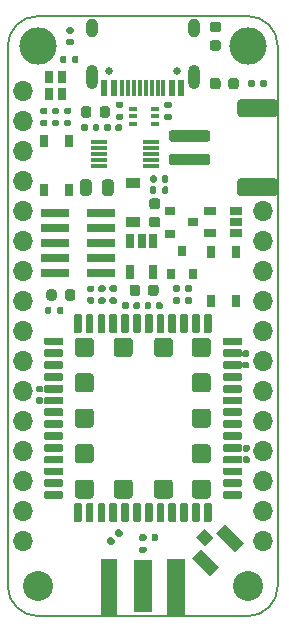
<source format=gts>
G04 #@! TF.GenerationSoftware,KiCad,Pcbnew,(5.1.8)-1*
G04 #@! TF.CreationDate,2021-04-09T02:34:17+02:00*
G04 #@! TF.ProjectId,Penguino-STM32WL-M,50656e67-7569-46e6-9f2d-53544d333257,0.1*
G04 #@! TF.SameCoordinates,Original*
G04 #@! TF.FileFunction,Soldermask,Top*
G04 #@! TF.FilePolarity,Negative*
%FSLAX46Y46*%
G04 Gerber Fmt 4.6, Leading zero omitted, Abs format (unit mm)*
G04 Created by KiCad (PCBNEW (5.1.8)-1) date 2021-04-09 02:34:17*
%MOMM*%
%LPD*%
G01*
G04 APERTURE LIST*
G04 #@! TA.AperFunction,Profile*
%ADD10C,0.150000*%
G04 #@! TD*
%ADD11R,0.650000X0.400000*%
%ADD12R,1.200000X0.900000*%
%ADD13R,0.800000X1.000000*%
%ADD14R,2.400000X0.740000*%
%ADD15C,0.100000*%
%ADD16R,1.350000X4.700000*%
%ADD17R,1.500000X4.700000*%
%ADD18R,1.500000X4.400000*%
%ADD19R,0.900000X0.800000*%
%ADD20R,0.660000X1.050000*%
%ADD21R,1.060000X0.650000*%
%ADD22R,0.800000X0.900000*%
%ADD23R,1.400000X0.300000*%
%ADD24C,3.175000*%
%ADD25C,2.540000*%
%ADD26O,1.700000X1.700000*%
%ADD27R,0.650000X1.220000*%
%ADD28O,1.000000X1.600000*%
%ADD29C,0.650000*%
%ADD30O,1.000000X2.100000*%
%ADD31R,0.300000X1.450000*%
%ADD32R,0.600000X1.450000*%
G04 APERTURE END LIST*
D10*
X127000000Y-119380000D02*
G75*
G02*
X124460000Y-116840000I0J2540000D01*
G01*
X147320000Y-116840000D02*
G75*
G02*
X144780000Y-119380000I-2540000J0D01*
G01*
X144780000Y-68580000D02*
G75*
G02*
X147320000Y-71120000I0J-2540000D01*
G01*
X124460000Y-71120000D02*
G75*
G02*
X127000000Y-68580000I2540000J0D01*
G01*
X124460000Y-116840000D02*
X124460000Y-71120000D01*
X144780000Y-119380000D02*
X127000000Y-119380000D01*
X147320000Y-71120000D02*
X147320000Y-116840000D01*
X127000000Y-68580000D02*
X144780000Y-68580000D01*
G36*
G01*
X138565000Y-92399999D02*
X138935000Y-92399999D01*
G75*
G02*
X139070000Y-92534999I0J-135000D01*
G01*
X139070000Y-92804999D01*
G75*
G02*
X138935000Y-92939999I-135000J0D01*
G01*
X138565000Y-92939999D01*
G75*
G02*
X138430000Y-92804999I0J135000D01*
G01*
X138430000Y-92534999D01*
G75*
G02*
X138565000Y-92399999I135000J0D01*
G01*
G37*
G36*
G01*
X138565000Y-91379999D02*
X138935000Y-91379999D01*
G75*
G02*
X139070000Y-91514999I0J-135000D01*
G01*
X139070000Y-91784999D01*
G75*
G02*
X138935000Y-91919999I-135000J0D01*
G01*
X138565000Y-91919999D01*
G75*
G02*
X138430000Y-91784999I0J135000D01*
G01*
X138430000Y-91514999D01*
G75*
G02*
X138565000Y-91379999I135000J0D01*
G01*
G37*
G36*
G01*
X133806327Y-112687625D02*
X133562375Y-112443673D01*
G75*
G02*
X133562375Y-112235077I104298J104298D01*
G01*
X133770971Y-112026481D01*
G75*
G02*
X133979567Y-112026481I104298J-104298D01*
G01*
X134223519Y-112270433D01*
G75*
G02*
X134223519Y-112479029I-104298J-104298D01*
G01*
X134014923Y-112687625D01*
G75*
G02*
X133806327Y-112687625I-104298J104298D01*
G01*
G37*
G36*
G01*
X133120433Y-113373519D02*
X132876481Y-113129567D01*
G75*
G02*
X132876481Y-112920971I104298J104298D01*
G01*
X133085077Y-112712375D01*
G75*
G02*
X133293673Y-112712375I104298J-104298D01*
G01*
X133537625Y-112956327D01*
G75*
G02*
X133537625Y-113164923I-104298J-104298D01*
G01*
X133329029Y-113373519D01*
G75*
G02*
X133120433Y-113373519I-104298J104298D01*
G01*
G37*
D11*
X135050000Y-77725000D03*
X135050000Y-76425000D03*
X136950000Y-77075000D03*
X135050000Y-77075000D03*
X136950000Y-76425000D03*
X136950000Y-77725000D03*
G36*
G01*
X143125000Y-74550000D02*
X143125000Y-74050000D01*
G75*
G02*
X143350000Y-73825000I225000J0D01*
G01*
X143800000Y-73825000D01*
G75*
G02*
X144025000Y-74050000I0J-225000D01*
G01*
X144025000Y-74550000D01*
G75*
G02*
X143800000Y-74775000I-225000J0D01*
G01*
X143350000Y-74775000D01*
G75*
G02*
X143125000Y-74550000I0J225000D01*
G01*
G37*
G36*
G01*
X141575000Y-74550000D02*
X141575000Y-74050000D01*
G75*
G02*
X141800000Y-73825000I225000J0D01*
G01*
X142250000Y-73825000D01*
G75*
G02*
X142475000Y-74050000I0J-225000D01*
G01*
X142475000Y-74550000D01*
G75*
G02*
X142250000Y-74775000I-225000J0D01*
G01*
X141800000Y-74775000D01*
G75*
G02*
X141575000Y-74550000I0J225000D01*
G01*
G37*
G36*
G01*
X137150000Y-84925000D02*
X136650000Y-84925000D01*
G75*
G02*
X136425000Y-84700000I0J225000D01*
G01*
X136425000Y-84250000D01*
G75*
G02*
X136650000Y-84025000I225000J0D01*
G01*
X137150000Y-84025000D01*
G75*
G02*
X137375000Y-84250000I0J-225000D01*
G01*
X137375000Y-84700000D01*
G75*
G02*
X137150000Y-84925000I-225000J0D01*
G01*
G37*
G36*
G01*
X137150000Y-86475000D02*
X136650000Y-86475000D01*
G75*
G02*
X136425000Y-86250000I0J225000D01*
G01*
X136425000Y-85800000D01*
G75*
G02*
X136650000Y-85575000I225000J0D01*
G01*
X137150000Y-85575000D01*
G75*
G02*
X137375000Y-85800000I0J-225000D01*
G01*
X137375000Y-86250000D01*
G75*
G02*
X137150000Y-86475000I-225000J0D01*
G01*
G37*
G36*
G01*
X134775000Y-92050000D02*
X134775000Y-91550000D01*
G75*
G02*
X135000000Y-91325000I225000J0D01*
G01*
X135450000Y-91325000D01*
G75*
G02*
X135675000Y-91550000I0J-225000D01*
G01*
X135675000Y-92050000D01*
G75*
G02*
X135450000Y-92275000I-225000J0D01*
G01*
X135000000Y-92275000D01*
G75*
G02*
X134775000Y-92050000I0J225000D01*
G01*
G37*
G36*
G01*
X136325000Y-92050000D02*
X136325000Y-91550000D01*
G75*
G02*
X136550000Y-91325000I225000J0D01*
G01*
X137000000Y-91325000D01*
G75*
G02*
X137225000Y-91550000I0J-225000D01*
G01*
X137225000Y-92050000D01*
G75*
G02*
X137000000Y-92275000I-225000J0D01*
G01*
X136550000Y-92275000D01*
G75*
G02*
X136325000Y-92050000I0J225000D01*
G01*
G37*
G36*
G01*
X141783750Y-70637500D02*
X142296250Y-70637500D01*
G75*
G02*
X142515000Y-70856250I0J-218750D01*
G01*
X142515000Y-71293750D01*
G75*
G02*
X142296250Y-71512500I-218750J0D01*
G01*
X141783750Y-71512500D01*
G75*
G02*
X141565000Y-71293750I0J218750D01*
G01*
X141565000Y-70856250D01*
G75*
G02*
X141783750Y-70637500I218750J0D01*
G01*
G37*
G36*
G01*
X141783750Y-69062500D02*
X142296250Y-69062500D01*
G75*
G02*
X142515000Y-69281250I0J-218750D01*
G01*
X142515000Y-69718750D01*
G75*
G02*
X142296250Y-69937500I-218750J0D01*
G01*
X141783750Y-69937500D01*
G75*
G02*
X141565000Y-69718750I0J218750D01*
G01*
X141565000Y-69281250D01*
G75*
G02*
X141783750Y-69062500I218750J0D01*
G01*
G37*
D12*
X135050000Y-86050000D03*
X135050000Y-82750000D03*
D13*
X127950000Y-75200000D03*
X127950000Y-73700000D03*
X129050000Y-73700000D03*
X129050000Y-75200000D03*
G36*
G01*
X127725000Y-92456250D02*
X127725000Y-91943750D01*
G75*
G02*
X127943750Y-91725000I218750J0D01*
G01*
X128381250Y-91725000D01*
G75*
G02*
X128600000Y-91943750I0J-218750D01*
G01*
X128600000Y-92456250D01*
G75*
G02*
X128381250Y-92675000I-218750J0D01*
G01*
X127943750Y-92675000D01*
G75*
G02*
X127725000Y-92456250I0J218750D01*
G01*
G37*
G36*
G01*
X129300000Y-92456250D02*
X129300000Y-91943750D01*
G75*
G02*
X129518750Y-91725000I218750J0D01*
G01*
X129956250Y-91725000D01*
G75*
G02*
X130175000Y-91943750I0J-218750D01*
G01*
X130175000Y-92456250D01*
G75*
G02*
X129956250Y-92675000I-218750J0D01*
G01*
X129518750Y-92675000D01*
G75*
G02*
X129300000Y-92456250I0J218750D01*
G01*
G37*
G36*
G01*
X130575000Y-83556250D02*
X130575000Y-82643750D01*
G75*
G02*
X130818750Y-82400000I243750J0D01*
G01*
X131306250Y-82400000D01*
G75*
G02*
X131550000Y-82643750I0J-243750D01*
G01*
X131550000Y-83556250D01*
G75*
G02*
X131306250Y-83800000I-243750J0D01*
G01*
X130818750Y-83800000D01*
G75*
G02*
X130575000Y-83556250I0J243750D01*
G01*
G37*
G36*
G01*
X132450000Y-83556250D02*
X132450000Y-82643750D01*
G75*
G02*
X132693750Y-82400000I243750J0D01*
G01*
X133181250Y-82400000D01*
G75*
G02*
X133425000Y-82643750I0J-243750D01*
G01*
X133425000Y-83556250D01*
G75*
G02*
X133181250Y-83800000I-243750J0D01*
G01*
X132693750Y-83800000D01*
G75*
G02*
X132450000Y-83556250I0J243750D01*
G01*
G37*
G36*
G01*
X133112500Y-76443750D02*
X133112500Y-76956250D01*
G75*
G02*
X132893750Y-77175000I-218750J0D01*
G01*
X132456250Y-77175000D01*
G75*
G02*
X132237500Y-76956250I0J218750D01*
G01*
X132237500Y-76443750D01*
G75*
G02*
X132456250Y-76225000I218750J0D01*
G01*
X132893750Y-76225000D01*
G75*
G02*
X133112500Y-76443750I0J-218750D01*
G01*
G37*
G36*
G01*
X131537500Y-76443750D02*
X131537500Y-76956250D01*
G75*
G02*
X131318750Y-77175000I-218750J0D01*
G01*
X130881250Y-77175000D01*
G75*
G02*
X130662500Y-76956250I0J218750D01*
G01*
X130662500Y-76443750D01*
G75*
G02*
X130881250Y-76225000I218750J0D01*
G01*
X131318750Y-76225000D01*
G75*
G02*
X131537500Y-76443750I0J-218750D01*
G01*
G37*
G36*
G01*
X141350000Y-81230000D02*
X138350000Y-81230000D01*
G75*
G02*
X138100000Y-80980000I0J250000D01*
G01*
X138100000Y-80480000D01*
G75*
G02*
X138350000Y-80230000I250000J0D01*
G01*
X141350000Y-80230000D01*
G75*
G02*
X141600000Y-80480000I0J-250000D01*
G01*
X141600000Y-80980000D01*
G75*
G02*
X141350000Y-81230000I-250000J0D01*
G01*
G37*
G36*
G01*
X141350000Y-79230000D02*
X138350000Y-79230000D01*
G75*
G02*
X138100000Y-78980000I0J250000D01*
G01*
X138100000Y-78480000D01*
G75*
G02*
X138350000Y-78230000I250000J0D01*
G01*
X141350000Y-78230000D01*
G75*
G02*
X141600000Y-78480000I0J-250000D01*
G01*
X141600000Y-78980000D01*
G75*
G02*
X141350000Y-79230000I-250000J0D01*
G01*
G37*
G36*
G01*
X147050000Y-83830000D02*
X144150000Y-83830000D01*
G75*
G02*
X143900000Y-83580000I0J250000D01*
G01*
X143900000Y-82580000D01*
G75*
G02*
X144150000Y-82330000I250000J0D01*
G01*
X147050000Y-82330000D01*
G75*
G02*
X147300000Y-82580000I0J-250000D01*
G01*
X147300000Y-83580000D01*
G75*
G02*
X147050000Y-83830000I-250000J0D01*
G01*
G37*
G36*
G01*
X147050000Y-77130000D02*
X144150000Y-77130000D01*
G75*
G02*
X143900000Y-76880000I0J250000D01*
G01*
X143900000Y-75880000D01*
G75*
G02*
X144150000Y-75630000I250000J0D01*
G01*
X147050000Y-75630000D01*
G75*
G02*
X147300000Y-75880000I0J-250000D01*
G01*
X147300000Y-76880000D01*
G75*
G02*
X147050000Y-77130000I-250000J0D01*
G01*
G37*
D14*
X132350000Y-90340000D03*
X128450000Y-90340000D03*
X132350000Y-89070000D03*
X128450000Y-89070000D03*
X132350000Y-87800000D03*
X128450000Y-87800000D03*
X132350000Y-86530000D03*
X128450000Y-86530000D03*
X132350000Y-85260000D03*
X128450000Y-85260000D03*
D15*
G36*
X140043844Y-114447272D02*
G01*
X140786307Y-113704809D01*
X142341942Y-115260444D01*
X141599479Y-116002907D01*
X140043844Y-114447272D01*
G37*
G36*
X140432754Y-112714860D02*
G01*
X141139860Y-112007754D01*
X141882322Y-112750216D01*
X141175216Y-113457322D01*
X140432754Y-112714860D01*
G37*
G36*
X142129809Y-112361307D02*
G01*
X142872272Y-111618844D01*
X144427907Y-113174479D01*
X143685444Y-113916942D01*
X142129809Y-112361307D01*
G37*
D16*
X133065000Y-116880000D03*
D17*
X138715000Y-116880000D03*
D18*
X135890000Y-116857000D03*
D19*
X138173000Y-85092500D03*
X138173000Y-86992500D03*
X140173000Y-86042500D03*
G36*
G01*
X129905000Y-72448000D02*
X129905000Y-72078000D01*
G75*
G02*
X130040000Y-71943000I135000J0D01*
G01*
X130310000Y-71943000D01*
G75*
G02*
X130445000Y-72078000I0J-135000D01*
G01*
X130445000Y-72448000D01*
G75*
G02*
X130310000Y-72583000I-135000J0D01*
G01*
X130040000Y-72583000D01*
G75*
G02*
X129905000Y-72448000I0J135000D01*
G01*
G37*
G36*
G01*
X128885000Y-72448000D02*
X128885000Y-72078000D01*
G75*
G02*
X129020000Y-71943000I135000J0D01*
G01*
X129290000Y-71943000D01*
G75*
G02*
X129425000Y-72078000I0J-135000D01*
G01*
X129425000Y-72448000D01*
G75*
G02*
X129290000Y-72583000I-135000J0D01*
G01*
X129020000Y-72583000D01*
G75*
G02*
X128885000Y-72448000I0J135000D01*
G01*
G37*
G36*
G01*
X145350001Y-74115000D02*
X145350001Y-74485000D01*
G75*
G02*
X145215001Y-74620000I-135000J0D01*
G01*
X144945001Y-74620000D01*
G75*
G02*
X144810001Y-74485000I0J135000D01*
G01*
X144810001Y-74115000D01*
G75*
G02*
X144945001Y-73980000I135000J0D01*
G01*
X145215001Y-73980000D01*
G75*
G02*
X145350001Y-74115000I0J-135000D01*
G01*
G37*
G36*
G01*
X146370001Y-74115000D02*
X146370001Y-74485000D01*
G75*
G02*
X146235001Y-74620000I-135000J0D01*
G01*
X145965001Y-74620000D01*
G75*
G02*
X145830001Y-74485000I0J135000D01*
G01*
X145830001Y-74115000D01*
G75*
G02*
X145965001Y-73980000I135000J0D01*
G01*
X146235001Y-73980000D01*
G75*
G02*
X146370001Y-74115000I0J-135000D01*
G01*
G37*
G36*
G01*
X138055000Y-83140000D02*
X138055000Y-83510000D01*
G75*
G02*
X137920000Y-83645000I-135000J0D01*
G01*
X137650000Y-83645000D01*
G75*
G02*
X137515000Y-83510000I0J135000D01*
G01*
X137515000Y-83140000D01*
G75*
G02*
X137650000Y-83005000I135000J0D01*
G01*
X137920000Y-83005000D01*
G75*
G02*
X138055000Y-83140000I0J-135000D01*
G01*
G37*
G36*
G01*
X137035000Y-83140000D02*
X137035000Y-83510000D01*
G75*
G02*
X136900000Y-83645000I-135000J0D01*
G01*
X136630000Y-83645000D01*
G75*
G02*
X136495000Y-83510000I0J135000D01*
G01*
X136495000Y-83140000D01*
G75*
G02*
X136630000Y-83005000I135000J0D01*
G01*
X136900000Y-83005000D01*
G75*
G02*
X137035000Y-83140000I0J-135000D01*
G01*
G37*
G36*
G01*
X128315000Y-76345000D02*
X128685000Y-76345000D01*
G75*
G02*
X128820000Y-76480000I0J-135000D01*
G01*
X128820000Y-76750000D01*
G75*
G02*
X128685000Y-76885000I-135000J0D01*
G01*
X128315000Y-76885000D01*
G75*
G02*
X128180000Y-76750000I0J135000D01*
G01*
X128180000Y-76480000D01*
G75*
G02*
X128315000Y-76345000I135000J0D01*
G01*
G37*
G36*
G01*
X128315000Y-77365000D02*
X128685000Y-77365000D01*
G75*
G02*
X128820000Y-77500000I0J-135000D01*
G01*
X128820000Y-77770000D01*
G75*
G02*
X128685000Y-77905000I-135000J0D01*
G01*
X128315000Y-77905000D01*
G75*
G02*
X128180000Y-77770000I0J135000D01*
G01*
X128180000Y-77500000D01*
G75*
G02*
X128315000Y-77365000I135000J0D01*
G01*
G37*
G36*
G01*
X129340000Y-77365000D02*
X129710000Y-77365000D01*
G75*
G02*
X129845000Y-77500000I0J-135000D01*
G01*
X129845000Y-77770000D01*
G75*
G02*
X129710000Y-77905000I-135000J0D01*
G01*
X129340000Y-77905000D01*
G75*
G02*
X129205000Y-77770000I0J135000D01*
G01*
X129205000Y-77500000D01*
G75*
G02*
X129340000Y-77365000I135000J0D01*
G01*
G37*
G36*
G01*
X129340000Y-76345000D02*
X129710000Y-76345000D01*
G75*
G02*
X129845000Y-76480000I0J-135000D01*
G01*
X129845000Y-76750000D01*
G75*
G02*
X129710000Y-76885000I-135000J0D01*
G01*
X129340000Y-76885000D01*
G75*
G02*
X129205000Y-76750000I0J135000D01*
G01*
X129205000Y-76480000D01*
G75*
G02*
X129340000Y-76345000I135000J0D01*
G01*
G37*
G36*
G01*
X127315000Y-76345000D02*
X127685000Y-76345000D01*
G75*
G02*
X127820000Y-76480000I0J-135000D01*
G01*
X127820000Y-76750000D01*
G75*
G02*
X127685000Y-76885000I-135000J0D01*
G01*
X127315000Y-76885000D01*
G75*
G02*
X127180000Y-76750000I0J135000D01*
G01*
X127180000Y-76480000D01*
G75*
G02*
X127315000Y-76345000I135000J0D01*
G01*
G37*
G36*
G01*
X127315000Y-77365000D02*
X127685000Y-77365000D01*
G75*
G02*
X127820000Y-77500000I0J-135000D01*
G01*
X127820000Y-77770000D01*
G75*
G02*
X127685000Y-77905000I-135000J0D01*
G01*
X127315000Y-77905000D01*
G75*
G02*
X127180000Y-77770000I0J135000D01*
G01*
X127180000Y-77500000D01*
G75*
G02*
X127315000Y-77365000I135000J0D01*
G01*
G37*
G36*
G01*
X128635000Y-93685000D02*
X128635000Y-93315000D01*
G75*
G02*
X128770000Y-93180000I135000J0D01*
G01*
X129040000Y-93180000D01*
G75*
G02*
X129175000Y-93315000I0J-135000D01*
G01*
X129175000Y-93685000D01*
G75*
G02*
X129040000Y-93820000I-135000J0D01*
G01*
X128770000Y-93820000D01*
G75*
G02*
X128635000Y-93685000I0J135000D01*
G01*
G37*
G36*
G01*
X127615000Y-93685000D02*
X127615000Y-93315000D01*
G75*
G02*
X127750000Y-93180000I135000J0D01*
G01*
X128020000Y-93180000D01*
G75*
G02*
X128155000Y-93315000I0J-135000D01*
G01*
X128155000Y-93685000D01*
G75*
G02*
X128020000Y-93820000I-135000J0D01*
G01*
X127750000Y-93820000D01*
G75*
G02*
X127615000Y-93685000I0J135000D01*
G01*
G37*
G36*
G01*
X133197500Y-91377000D02*
X133567500Y-91377000D01*
G75*
G02*
X133702500Y-91512000I0J-135000D01*
G01*
X133702500Y-91782000D01*
G75*
G02*
X133567500Y-91917000I-135000J0D01*
G01*
X133197500Y-91917000D01*
G75*
G02*
X133062500Y-91782000I0J135000D01*
G01*
X133062500Y-91512000D01*
G75*
G02*
X133197500Y-91377000I135000J0D01*
G01*
G37*
G36*
G01*
X133197500Y-92397000D02*
X133567500Y-92397000D01*
G75*
G02*
X133702500Y-92532000I0J-135000D01*
G01*
X133702500Y-92802000D01*
G75*
G02*
X133567500Y-92937000I-135000J0D01*
G01*
X133197500Y-92937000D01*
G75*
G02*
X133062500Y-92802000I0J135000D01*
G01*
X133062500Y-92532000D01*
G75*
G02*
X133197500Y-92397000I135000J0D01*
G01*
G37*
G36*
G01*
X132615000Y-92940999D02*
X132245000Y-92940999D01*
G75*
G02*
X132110000Y-92805999I0J135000D01*
G01*
X132110000Y-92535999D01*
G75*
G02*
X132245000Y-92400999I135000J0D01*
G01*
X132615000Y-92400999D01*
G75*
G02*
X132750000Y-92535999I0J-135000D01*
G01*
X132750000Y-92805999D01*
G75*
G02*
X132615000Y-92940999I-135000J0D01*
G01*
G37*
G36*
G01*
X132615000Y-91920999D02*
X132245000Y-91920999D01*
G75*
G02*
X132110000Y-91785999I0J135000D01*
G01*
X132110000Y-91515999D01*
G75*
G02*
X132245000Y-91380999I135000J0D01*
G01*
X132615000Y-91380999D01*
G75*
G02*
X132750000Y-91515999I0J-135000D01*
G01*
X132750000Y-91785999D01*
G75*
G02*
X132615000Y-91920999I-135000J0D01*
G01*
G37*
G36*
G01*
X135620000Y-112913632D02*
X135620000Y-112543632D01*
G75*
G02*
X135755000Y-112408632I135000J0D01*
G01*
X136025000Y-112408632D01*
G75*
G02*
X136160000Y-112543632I0J-135000D01*
G01*
X136160000Y-112913632D01*
G75*
G02*
X136025000Y-113048632I-135000J0D01*
G01*
X135755000Y-113048632D01*
G75*
G02*
X135620000Y-112913632I0J135000D01*
G01*
G37*
G36*
G01*
X136640000Y-112913632D02*
X136640000Y-112543632D01*
G75*
G02*
X136775000Y-112408632I135000J0D01*
G01*
X137045000Y-112408632D01*
G75*
G02*
X137180000Y-112543632I0J-135000D01*
G01*
X137180000Y-112913632D01*
G75*
G02*
X137045000Y-113048632I-135000J0D01*
G01*
X136775000Y-113048632D01*
G75*
G02*
X136640000Y-112913632I0J135000D01*
G01*
G37*
G36*
G01*
X136075000Y-113016500D02*
X135705000Y-113016500D01*
G75*
G02*
X135570000Y-112881500I0J135000D01*
G01*
X135570000Y-112611500D01*
G75*
G02*
X135705000Y-112476500I135000J0D01*
G01*
X136075000Y-112476500D01*
G75*
G02*
X136210000Y-112611500I0J-135000D01*
G01*
X136210000Y-112881500D01*
G75*
G02*
X136075000Y-113016500I-135000J0D01*
G01*
G37*
G36*
G01*
X136075000Y-114036500D02*
X135705000Y-114036500D01*
G75*
G02*
X135570000Y-113901500I0J135000D01*
G01*
X135570000Y-113631500D01*
G75*
G02*
X135705000Y-113496500I135000J0D01*
G01*
X136075000Y-113496500D01*
G75*
G02*
X136210000Y-113631500I0J-135000D01*
G01*
X136210000Y-113901500D01*
G75*
G02*
X136075000Y-114036500I-135000J0D01*
G01*
G37*
D20*
X127530000Y-83275000D03*
X129670000Y-83275000D03*
X127530000Y-79125000D03*
X129670000Y-79125000D03*
X143820000Y-88575000D03*
X141680000Y-88575000D03*
X143820000Y-92725000D03*
X141680000Y-92725000D03*
D21*
X141600000Y-86950000D03*
X141600000Y-85050000D03*
X143800000Y-85050000D03*
X143800000Y-86000000D03*
X143800000Y-86950000D03*
D22*
X139200000Y-88450000D03*
X140150000Y-90450000D03*
X138250000Y-90450000D03*
D23*
X132150000Y-79275000D03*
X132150000Y-79775000D03*
X132150000Y-80275000D03*
X132150000Y-80775000D03*
X132150000Y-81275000D03*
X136550000Y-81275000D03*
X136550000Y-80775000D03*
X136550000Y-80275000D03*
X136550000Y-79775000D03*
X136550000Y-79275000D03*
G36*
G01*
X134793600Y-97430000D02*
X133686400Y-97430000D01*
G75*
G02*
X133440000Y-97183600I0J246400D01*
G01*
X133440000Y-96076400D01*
G75*
G02*
X133686400Y-95830000I246400J0D01*
G01*
X134793600Y-95830000D01*
G75*
G02*
X135040000Y-96076400I0J-246400D01*
G01*
X135040000Y-97183600D01*
G75*
G02*
X134793600Y-97430000I-246400J0D01*
G01*
G37*
G36*
G01*
X138193600Y-97430000D02*
X137086400Y-97430000D01*
G75*
G02*
X136840000Y-97183600I0J246400D01*
G01*
X136840000Y-96076400D01*
G75*
G02*
X137086400Y-95830000I246400J0D01*
G01*
X138193600Y-95830000D01*
G75*
G02*
X138440000Y-96076400I0J-246400D01*
G01*
X138440000Y-97183600D01*
G75*
G02*
X138193600Y-97430000I-246400J0D01*
G01*
G37*
G36*
G01*
X138193600Y-109430000D02*
X137086400Y-109430000D01*
G75*
G02*
X136840000Y-109183600I0J246400D01*
G01*
X136840000Y-108076400D01*
G75*
G02*
X137086400Y-107830000I246400J0D01*
G01*
X138193600Y-107830000D01*
G75*
G02*
X138440000Y-108076400I0J-246400D01*
G01*
X138440000Y-109183600D01*
G75*
G02*
X138193600Y-109430000I-246400J0D01*
G01*
G37*
G36*
G01*
X134793600Y-109430000D02*
X133686400Y-109430000D01*
G75*
G02*
X133440000Y-109183600I0J246400D01*
G01*
X133440000Y-108076400D01*
G75*
G02*
X133686400Y-107830000I246400J0D01*
G01*
X134793600Y-107830000D01*
G75*
G02*
X135040000Y-108076400I0J-246400D01*
G01*
X135040000Y-109183600D01*
G75*
G02*
X134793600Y-109430000I-246400J0D01*
G01*
G37*
G36*
G01*
X131493600Y-97430000D02*
X130386400Y-97430000D01*
G75*
G02*
X130140000Y-97183600I0J246400D01*
G01*
X130140000Y-96076400D01*
G75*
G02*
X130386400Y-95830000I246400J0D01*
G01*
X131493600Y-95830000D01*
G75*
G02*
X131740000Y-96076400I0J-246400D01*
G01*
X131740000Y-97183600D01*
G75*
G02*
X131493600Y-97430000I-246400J0D01*
G01*
G37*
G36*
G01*
X131493600Y-100430000D02*
X130386400Y-100430000D01*
G75*
G02*
X130140000Y-100183600I0J246400D01*
G01*
X130140000Y-99076400D01*
G75*
G02*
X130386400Y-98830000I246400J0D01*
G01*
X131493600Y-98830000D01*
G75*
G02*
X131740000Y-99076400I0J-246400D01*
G01*
X131740000Y-100183600D01*
G75*
G02*
X131493600Y-100430000I-246400J0D01*
G01*
G37*
G36*
G01*
X131493600Y-103430000D02*
X130386400Y-103430000D01*
G75*
G02*
X130140000Y-103183600I0J246400D01*
G01*
X130140000Y-102076400D01*
G75*
G02*
X130386400Y-101830000I246400J0D01*
G01*
X131493600Y-101830000D01*
G75*
G02*
X131740000Y-102076400I0J-246400D01*
G01*
X131740000Y-103183600D01*
G75*
G02*
X131493600Y-103430000I-246400J0D01*
G01*
G37*
G36*
G01*
X131493600Y-106430000D02*
X130386400Y-106430000D01*
G75*
G02*
X130140000Y-106183600I0J246400D01*
G01*
X130140000Y-105076400D01*
G75*
G02*
X130386400Y-104830000I246400J0D01*
G01*
X131493600Y-104830000D01*
G75*
G02*
X131740000Y-105076400I0J-246400D01*
G01*
X131740000Y-106183600D01*
G75*
G02*
X131493600Y-106430000I-246400J0D01*
G01*
G37*
G36*
G01*
X131493600Y-109430000D02*
X130386400Y-109430000D01*
G75*
G02*
X130140000Y-109183600I0J246400D01*
G01*
X130140000Y-108076400D01*
G75*
G02*
X130386400Y-107830000I246400J0D01*
G01*
X131493600Y-107830000D01*
G75*
G02*
X131740000Y-108076400I0J-246400D01*
G01*
X131740000Y-109183600D01*
G75*
G02*
X131493600Y-109430000I-246400J0D01*
G01*
G37*
G36*
G01*
X141393600Y-106430000D02*
X140286400Y-106430000D01*
G75*
G02*
X140040000Y-106183600I0J246400D01*
G01*
X140040000Y-105076400D01*
G75*
G02*
X140286400Y-104830000I246400J0D01*
G01*
X141393600Y-104830000D01*
G75*
G02*
X141640000Y-105076400I0J-246400D01*
G01*
X141640000Y-106183600D01*
G75*
G02*
X141393600Y-106430000I-246400J0D01*
G01*
G37*
G36*
G01*
X141393600Y-97430000D02*
X140286400Y-97430000D01*
G75*
G02*
X140040000Y-97183600I0J246400D01*
G01*
X140040000Y-96076400D01*
G75*
G02*
X140286400Y-95830000I246400J0D01*
G01*
X141393600Y-95830000D01*
G75*
G02*
X141640000Y-96076400I0J-246400D01*
G01*
X141640000Y-97183600D01*
G75*
G02*
X141393600Y-97430000I-246400J0D01*
G01*
G37*
G36*
G01*
X141393600Y-100430000D02*
X140286400Y-100430000D01*
G75*
G02*
X140040000Y-100183600I0J246400D01*
G01*
X140040000Y-99076400D01*
G75*
G02*
X140286400Y-98830000I246400J0D01*
G01*
X141393600Y-98830000D01*
G75*
G02*
X141640000Y-99076400I0J-246400D01*
G01*
X141640000Y-100183600D01*
G75*
G02*
X141393600Y-100430000I-246400J0D01*
G01*
G37*
G36*
G01*
X141393600Y-103430000D02*
X140286400Y-103430000D01*
G75*
G02*
X140040000Y-103183600I0J246400D01*
G01*
X140040000Y-102076400D01*
G75*
G02*
X140286400Y-101830000I246400J0D01*
G01*
X141393600Y-101830000D01*
G75*
G02*
X141640000Y-102076400I0J-246400D01*
G01*
X141640000Y-103183600D01*
G75*
G02*
X141393600Y-103430000I-246400J0D01*
G01*
G37*
G36*
G01*
X141393600Y-109430000D02*
X140286400Y-109430000D01*
G75*
G02*
X140040000Y-109183600I0J246400D01*
G01*
X140040000Y-108076400D01*
G75*
G02*
X140286400Y-107830000I246400J0D01*
G01*
X141393600Y-107830000D01*
G75*
G02*
X141640000Y-108076400I0J-246400D01*
G01*
X141640000Y-109183600D01*
G75*
G02*
X141393600Y-109430000I-246400J0D01*
G01*
G37*
G36*
G01*
X130614900Y-111430000D02*
X130165100Y-111430000D01*
G75*
G02*
X130065000Y-111329900I0J100100D01*
G01*
X130065000Y-109930100D01*
G75*
G02*
X130165100Y-109830000I100100J0D01*
G01*
X130614900Y-109830000D01*
G75*
G02*
X130715000Y-109930100I0J-100100D01*
G01*
X130715000Y-111329900D01*
G75*
G02*
X130614900Y-111430000I-100100J0D01*
G01*
G37*
G36*
G01*
X131614900Y-111430000D02*
X131165100Y-111430000D01*
G75*
G02*
X131065000Y-111329900I0J100100D01*
G01*
X131065000Y-109930100D01*
G75*
G02*
X131165100Y-109830000I100100J0D01*
G01*
X131614900Y-109830000D01*
G75*
G02*
X131715000Y-109930100I0J-100100D01*
G01*
X131715000Y-111329900D01*
G75*
G02*
X131614900Y-111430000I-100100J0D01*
G01*
G37*
G36*
G01*
X132614900Y-111430000D02*
X132165100Y-111430000D01*
G75*
G02*
X132065000Y-111329900I0J100100D01*
G01*
X132065000Y-109930100D01*
G75*
G02*
X132165100Y-109830000I100100J0D01*
G01*
X132614900Y-109830000D01*
G75*
G02*
X132715000Y-109930100I0J-100100D01*
G01*
X132715000Y-111329900D01*
G75*
G02*
X132614900Y-111430000I-100100J0D01*
G01*
G37*
G36*
G01*
X133614900Y-111430000D02*
X133165100Y-111430000D01*
G75*
G02*
X133065000Y-111329900I0J100100D01*
G01*
X133065000Y-109930100D01*
G75*
G02*
X133165100Y-109830000I100100J0D01*
G01*
X133614900Y-109830000D01*
G75*
G02*
X133715000Y-109930100I0J-100100D01*
G01*
X133715000Y-111329900D01*
G75*
G02*
X133614900Y-111430000I-100100J0D01*
G01*
G37*
G36*
G01*
X134614900Y-111430000D02*
X134165100Y-111430000D01*
G75*
G02*
X134065000Y-111329900I0J100100D01*
G01*
X134065000Y-109930100D01*
G75*
G02*
X134165100Y-109830000I100100J0D01*
G01*
X134614900Y-109830000D01*
G75*
G02*
X134715000Y-109930100I0J-100100D01*
G01*
X134715000Y-111329900D01*
G75*
G02*
X134614900Y-111430000I-100100J0D01*
G01*
G37*
G36*
G01*
X135614900Y-111430000D02*
X135165100Y-111430000D01*
G75*
G02*
X135065000Y-111329900I0J100100D01*
G01*
X135065000Y-109930100D01*
G75*
G02*
X135165100Y-109830000I100100J0D01*
G01*
X135614900Y-109830000D01*
G75*
G02*
X135715000Y-109930100I0J-100100D01*
G01*
X135715000Y-111329900D01*
G75*
G02*
X135614900Y-111430000I-100100J0D01*
G01*
G37*
G36*
G01*
X136614900Y-111430000D02*
X136165100Y-111430000D01*
G75*
G02*
X136065000Y-111329900I0J100100D01*
G01*
X136065000Y-109930100D01*
G75*
G02*
X136165100Y-109830000I100100J0D01*
G01*
X136614900Y-109830000D01*
G75*
G02*
X136715000Y-109930100I0J-100100D01*
G01*
X136715000Y-111329900D01*
G75*
G02*
X136614900Y-111430000I-100100J0D01*
G01*
G37*
G36*
G01*
X137614900Y-111430000D02*
X137165100Y-111430000D01*
G75*
G02*
X137065000Y-111329900I0J100100D01*
G01*
X137065000Y-109930100D01*
G75*
G02*
X137165100Y-109830000I100100J0D01*
G01*
X137614900Y-109830000D01*
G75*
G02*
X137715000Y-109930100I0J-100100D01*
G01*
X137715000Y-111329900D01*
G75*
G02*
X137614900Y-111430000I-100100J0D01*
G01*
G37*
G36*
G01*
X138614900Y-111430000D02*
X138165100Y-111430000D01*
G75*
G02*
X138065000Y-111329900I0J100100D01*
G01*
X138065000Y-109930100D01*
G75*
G02*
X138165100Y-109830000I100100J0D01*
G01*
X138614900Y-109830000D01*
G75*
G02*
X138715000Y-109930100I0J-100100D01*
G01*
X138715000Y-111329900D01*
G75*
G02*
X138614900Y-111430000I-100100J0D01*
G01*
G37*
G36*
G01*
X139614900Y-111430000D02*
X139165100Y-111430000D01*
G75*
G02*
X139065000Y-111329900I0J100100D01*
G01*
X139065000Y-109930100D01*
G75*
G02*
X139165100Y-109830000I100100J0D01*
G01*
X139614900Y-109830000D01*
G75*
G02*
X139715000Y-109930100I0J-100100D01*
G01*
X139715000Y-111329900D01*
G75*
G02*
X139614900Y-111430000I-100100J0D01*
G01*
G37*
G36*
G01*
X140614900Y-111430000D02*
X140165100Y-111430000D01*
G75*
G02*
X140065000Y-111329900I0J100100D01*
G01*
X140065000Y-109930100D01*
G75*
G02*
X140165100Y-109830000I100100J0D01*
G01*
X140614900Y-109830000D01*
G75*
G02*
X140715000Y-109930100I0J-100100D01*
G01*
X140715000Y-111329900D01*
G75*
G02*
X140614900Y-111430000I-100100J0D01*
G01*
G37*
G36*
G01*
X127540000Y-96354900D02*
X127540000Y-95905100D01*
G75*
G02*
X127640100Y-95805000I100100J0D01*
G01*
X129039900Y-95805000D01*
G75*
G02*
X129140000Y-95905100I0J-100100D01*
G01*
X129140000Y-96354900D01*
G75*
G02*
X129039900Y-96455000I-100100J0D01*
G01*
X127640100Y-96455000D01*
G75*
G02*
X127540000Y-96354900I0J100100D01*
G01*
G37*
G36*
G01*
X127540000Y-97354900D02*
X127540000Y-96905100D01*
G75*
G02*
X127640100Y-96805000I100100J0D01*
G01*
X129039900Y-96805000D01*
G75*
G02*
X129140000Y-96905100I0J-100100D01*
G01*
X129140000Y-97354900D01*
G75*
G02*
X129039900Y-97455000I-100100J0D01*
G01*
X127640100Y-97455000D01*
G75*
G02*
X127540000Y-97354900I0J100100D01*
G01*
G37*
G36*
G01*
X127540000Y-98354900D02*
X127540000Y-97905100D01*
G75*
G02*
X127640100Y-97805000I100100J0D01*
G01*
X129039900Y-97805000D01*
G75*
G02*
X129140000Y-97905100I0J-100100D01*
G01*
X129140000Y-98354900D01*
G75*
G02*
X129039900Y-98455000I-100100J0D01*
G01*
X127640100Y-98455000D01*
G75*
G02*
X127540000Y-98354900I0J100100D01*
G01*
G37*
G36*
G01*
X127540000Y-99354900D02*
X127540000Y-98905100D01*
G75*
G02*
X127640100Y-98805000I100100J0D01*
G01*
X129039900Y-98805000D01*
G75*
G02*
X129140000Y-98905100I0J-100100D01*
G01*
X129140000Y-99354900D01*
G75*
G02*
X129039900Y-99455000I-100100J0D01*
G01*
X127640100Y-99455000D01*
G75*
G02*
X127540000Y-99354900I0J100100D01*
G01*
G37*
G36*
G01*
X127540000Y-100354900D02*
X127540000Y-99905100D01*
G75*
G02*
X127640100Y-99805000I100100J0D01*
G01*
X129039900Y-99805000D01*
G75*
G02*
X129140000Y-99905100I0J-100100D01*
G01*
X129140000Y-100354900D01*
G75*
G02*
X129039900Y-100455000I-100100J0D01*
G01*
X127640100Y-100455000D01*
G75*
G02*
X127540000Y-100354900I0J100100D01*
G01*
G37*
G36*
G01*
X127540000Y-101354900D02*
X127540000Y-100905100D01*
G75*
G02*
X127640100Y-100805000I100100J0D01*
G01*
X129039900Y-100805000D01*
G75*
G02*
X129140000Y-100905100I0J-100100D01*
G01*
X129140000Y-101354900D01*
G75*
G02*
X129039900Y-101455000I-100100J0D01*
G01*
X127640100Y-101455000D01*
G75*
G02*
X127540000Y-101354900I0J100100D01*
G01*
G37*
G36*
G01*
X127540000Y-102354900D02*
X127540000Y-101905100D01*
G75*
G02*
X127640100Y-101805000I100100J0D01*
G01*
X129039900Y-101805000D01*
G75*
G02*
X129140000Y-101905100I0J-100100D01*
G01*
X129140000Y-102354900D01*
G75*
G02*
X129039900Y-102455000I-100100J0D01*
G01*
X127640100Y-102455000D01*
G75*
G02*
X127540000Y-102354900I0J100100D01*
G01*
G37*
G36*
G01*
X127540000Y-103354900D02*
X127540000Y-102905100D01*
G75*
G02*
X127640100Y-102805000I100100J0D01*
G01*
X129039900Y-102805000D01*
G75*
G02*
X129140000Y-102905100I0J-100100D01*
G01*
X129140000Y-103354900D01*
G75*
G02*
X129039900Y-103455000I-100100J0D01*
G01*
X127640100Y-103455000D01*
G75*
G02*
X127540000Y-103354900I0J100100D01*
G01*
G37*
G36*
G01*
X127540000Y-104354900D02*
X127540000Y-103905100D01*
G75*
G02*
X127640100Y-103805000I100100J0D01*
G01*
X129039900Y-103805000D01*
G75*
G02*
X129140000Y-103905100I0J-100100D01*
G01*
X129140000Y-104354900D01*
G75*
G02*
X129039900Y-104455000I-100100J0D01*
G01*
X127640100Y-104455000D01*
G75*
G02*
X127540000Y-104354900I0J100100D01*
G01*
G37*
G36*
G01*
X127540000Y-105354900D02*
X127540000Y-104905100D01*
G75*
G02*
X127640100Y-104805000I100100J0D01*
G01*
X129039900Y-104805000D01*
G75*
G02*
X129140000Y-104905100I0J-100100D01*
G01*
X129140000Y-105354900D01*
G75*
G02*
X129039900Y-105455000I-100100J0D01*
G01*
X127640100Y-105455000D01*
G75*
G02*
X127540000Y-105354900I0J100100D01*
G01*
G37*
G36*
G01*
X127540000Y-106354900D02*
X127540000Y-105905100D01*
G75*
G02*
X127640100Y-105805000I100100J0D01*
G01*
X129039900Y-105805000D01*
G75*
G02*
X129140000Y-105905100I0J-100100D01*
G01*
X129140000Y-106354900D01*
G75*
G02*
X129039900Y-106455000I-100100J0D01*
G01*
X127640100Y-106455000D01*
G75*
G02*
X127540000Y-106354900I0J100100D01*
G01*
G37*
G36*
G01*
X127540000Y-107354900D02*
X127540000Y-106905100D01*
G75*
G02*
X127640100Y-106805000I100100J0D01*
G01*
X129039900Y-106805000D01*
G75*
G02*
X129140000Y-106905100I0J-100100D01*
G01*
X129140000Y-107354900D01*
G75*
G02*
X129039900Y-107455000I-100100J0D01*
G01*
X127640100Y-107455000D01*
G75*
G02*
X127540000Y-107354900I0J100100D01*
G01*
G37*
G36*
G01*
X127540000Y-108354900D02*
X127540000Y-107905100D01*
G75*
G02*
X127640100Y-107805000I100100J0D01*
G01*
X129039900Y-107805000D01*
G75*
G02*
X129140000Y-107905100I0J-100100D01*
G01*
X129140000Y-108354900D01*
G75*
G02*
X129039900Y-108455000I-100100J0D01*
G01*
X127640100Y-108455000D01*
G75*
G02*
X127540000Y-108354900I0J100100D01*
G01*
G37*
G36*
G01*
X130614900Y-95430000D02*
X130165100Y-95430000D01*
G75*
G02*
X130065000Y-95329900I0J100100D01*
G01*
X130065000Y-93930100D01*
G75*
G02*
X130165100Y-93830000I100100J0D01*
G01*
X130614900Y-93830000D01*
G75*
G02*
X130715000Y-93930100I0J-100100D01*
G01*
X130715000Y-95329900D01*
G75*
G02*
X130614900Y-95430000I-100100J0D01*
G01*
G37*
G36*
G01*
X131614900Y-95430000D02*
X131165100Y-95430000D01*
G75*
G02*
X131065000Y-95329900I0J100100D01*
G01*
X131065000Y-93930100D01*
G75*
G02*
X131165100Y-93830000I100100J0D01*
G01*
X131614900Y-93830000D01*
G75*
G02*
X131715000Y-93930100I0J-100100D01*
G01*
X131715000Y-95329900D01*
G75*
G02*
X131614900Y-95430000I-100100J0D01*
G01*
G37*
G36*
G01*
X132614900Y-95430000D02*
X132165100Y-95430000D01*
G75*
G02*
X132065000Y-95329900I0J100100D01*
G01*
X132065000Y-93930100D01*
G75*
G02*
X132165100Y-93830000I100100J0D01*
G01*
X132614900Y-93830000D01*
G75*
G02*
X132715000Y-93930100I0J-100100D01*
G01*
X132715000Y-95329900D01*
G75*
G02*
X132614900Y-95430000I-100100J0D01*
G01*
G37*
G36*
G01*
X133614900Y-95430000D02*
X133165100Y-95430000D01*
G75*
G02*
X133065000Y-95329900I0J100100D01*
G01*
X133065000Y-93930100D01*
G75*
G02*
X133165100Y-93830000I100100J0D01*
G01*
X133614900Y-93830000D01*
G75*
G02*
X133715000Y-93930100I0J-100100D01*
G01*
X133715000Y-95329900D01*
G75*
G02*
X133614900Y-95430000I-100100J0D01*
G01*
G37*
G36*
G01*
X134614900Y-95430000D02*
X134165100Y-95430000D01*
G75*
G02*
X134065000Y-95329900I0J100100D01*
G01*
X134065000Y-93930100D01*
G75*
G02*
X134165100Y-93830000I100100J0D01*
G01*
X134614900Y-93830000D01*
G75*
G02*
X134715000Y-93930100I0J-100100D01*
G01*
X134715000Y-95329900D01*
G75*
G02*
X134614900Y-95430000I-100100J0D01*
G01*
G37*
G36*
G01*
X135614900Y-95430000D02*
X135165100Y-95430000D01*
G75*
G02*
X135065000Y-95329900I0J100100D01*
G01*
X135065000Y-93930100D01*
G75*
G02*
X135165100Y-93830000I100100J0D01*
G01*
X135614900Y-93830000D01*
G75*
G02*
X135715000Y-93930100I0J-100100D01*
G01*
X135715000Y-95329900D01*
G75*
G02*
X135614900Y-95430000I-100100J0D01*
G01*
G37*
G36*
G01*
X136614900Y-95430000D02*
X136165100Y-95430000D01*
G75*
G02*
X136065000Y-95329900I0J100100D01*
G01*
X136065000Y-93930100D01*
G75*
G02*
X136165100Y-93830000I100100J0D01*
G01*
X136614900Y-93830000D01*
G75*
G02*
X136715000Y-93930100I0J-100100D01*
G01*
X136715000Y-95329900D01*
G75*
G02*
X136614900Y-95430000I-100100J0D01*
G01*
G37*
G36*
G01*
X137614900Y-95430000D02*
X137165100Y-95430000D01*
G75*
G02*
X137065000Y-95329900I0J100100D01*
G01*
X137065000Y-93930100D01*
G75*
G02*
X137165100Y-93830000I100100J0D01*
G01*
X137614900Y-93830000D01*
G75*
G02*
X137715000Y-93930100I0J-100100D01*
G01*
X137715000Y-95329900D01*
G75*
G02*
X137614900Y-95430000I-100100J0D01*
G01*
G37*
G36*
G01*
X138614900Y-95430000D02*
X138165100Y-95430000D01*
G75*
G02*
X138065000Y-95329900I0J100100D01*
G01*
X138065000Y-93930100D01*
G75*
G02*
X138165100Y-93830000I100100J0D01*
G01*
X138614900Y-93830000D01*
G75*
G02*
X138715000Y-93930100I0J-100100D01*
G01*
X138715000Y-95329900D01*
G75*
G02*
X138614900Y-95430000I-100100J0D01*
G01*
G37*
G36*
G01*
X139614900Y-95430000D02*
X139165100Y-95430000D01*
G75*
G02*
X139065000Y-95329900I0J100100D01*
G01*
X139065000Y-93930100D01*
G75*
G02*
X139165100Y-93830000I100100J0D01*
G01*
X139614900Y-93830000D01*
G75*
G02*
X139715000Y-93930100I0J-100100D01*
G01*
X139715000Y-95329900D01*
G75*
G02*
X139614900Y-95430000I-100100J0D01*
G01*
G37*
G36*
G01*
X140614900Y-95430000D02*
X140165100Y-95430000D01*
G75*
G02*
X140065000Y-95329900I0J100100D01*
G01*
X140065000Y-93930100D01*
G75*
G02*
X140165100Y-93830000I100100J0D01*
G01*
X140614900Y-93830000D01*
G75*
G02*
X140715000Y-93930100I0J-100100D01*
G01*
X140715000Y-95329900D01*
G75*
G02*
X140614900Y-95430000I-100100J0D01*
G01*
G37*
G36*
G01*
X142690000Y-96354900D02*
X142690000Y-95905100D01*
G75*
G02*
X142790100Y-95805000I100100J0D01*
G01*
X144189900Y-95805000D01*
G75*
G02*
X144290000Y-95905100I0J-100100D01*
G01*
X144290000Y-96354900D01*
G75*
G02*
X144189900Y-96455000I-100100J0D01*
G01*
X142790100Y-96455000D01*
G75*
G02*
X142690000Y-96354900I0J100100D01*
G01*
G37*
G36*
G01*
X142690000Y-97354900D02*
X142690000Y-96905100D01*
G75*
G02*
X142790100Y-96805000I100100J0D01*
G01*
X144189900Y-96805000D01*
G75*
G02*
X144290000Y-96905100I0J-100100D01*
G01*
X144290000Y-97354900D01*
G75*
G02*
X144189900Y-97455000I-100100J0D01*
G01*
X142790100Y-97455000D01*
G75*
G02*
X142690000Y-97354900I0J100100D01*
G01*
G37*
G36*
G01*
X142690000Y-98354900D02*
X142690000Y-97905100D01*
G75*
G02*
X142790100Y-97805000I100100J0D01*
G01*
X144189900Y-97805000D01*
G75*
G02*
X144290000Y-97905100I0J-100100D01*
G01*
X144290000Y-98354900D01*
G75*
G02*
X144189900Y-98455000I-100100J0D01*
G01*
X142790100Y-98455000D01*
G75*
G02*
X142690000Y-98354900I0J100100D01*
G01*
G37*
G36*
G01*
X142690000Y-99354900D02*
X142690000Y-98905100D01*
G75*
G02*
X142790100Y-98805000I100100J0D01*
G01*
X144189900Y-98805000D01*
G75*
G02*
X144290000Y-98905100I0J-100100D01*
G01*
X144290000Y-99354900D01*
G75*
G02*
X144189900Y-99455000I-100100J0D01*
G01*
X142790100Y-99455000D01*
G75*
G02*
X142690000Y-99354900I0J100100D01*
G01*
G37*
G36*
G01*
X142690000Y-100354900D02*
X142690000Y-99905100D01*
G75*
G02*
X142790100Y-99805000I100100J0D01*
G01*
X144189900Y-99805000D01*
G75*
G02*
X144290000Y-99905100I0J-100100D01*
G01*
X144290000Y-100354900D01*
G75*
G02*
X144189900Y-100455000I-100100J0D01*
G01*
X142790100Y-100455000D01*
G75*
G02*
X142690000Y-100354900I0J100100D01*
G01*
G37*
G36*
G01*
X142690000Y-101354900D02*
X142690000Y-100905100D01*
G75*
G02*
X142790100Y-100805000I100100J0D01*
G01*
X144189900Y-100805000D01*
G75*
G02*
X144290000Y-100905100I0J-100100D01*
G01*
X144290000Y-101354900D01*
G75*
G02*
X144189900Y-101455000I-100100J0D01*
G01*
X142790100Y-101455000D01*
G75*
G02*
X142690000Y-101354900I0J100100D01*
G01*
G37*
G36*
G01*
X142690000Y-102354900D02*
X142690000Y-101905100D01*
G75*
G02*
X142790100Y-101805000I100100J0D01*
G01*
X144189900Y-101805000D01*
G75*
G02*
X144290000Y-101905100I0J-100100D01*
G01*
X144290000Y-102354900D01*
G75*
G02*
X144189900Y-102455000I-100100J0D01*
G01*
X142790100Y-102455000D01*
G75*
G02*
X142690000Y-102354900I0J100100D01*
G01*
G37*
G36*
G01*
X142690000Y-103354900D02*
X142690000Y-102905100D01*
G75*
G02*
X142790100Y-102805000I100100J0D01*
G01*
X144189900Y-102805000D01*
G75*
G02*
X144290000Y-102905100I0J-100100D01*
G01*
X144290000Y-103354900D01*
G75*
G02*
X144189900Y-103455000I-100100J0D01*
G01*
X142790100Y-103455000D01*
G75*
G02*
X142690000Y-103354900I0J100100D01*
G01*
G37*
G36*
G01*
X142690000Y-104354900D02*
X142690000Y-103905100D01*
G75*
G02*
X142790100Y-103805000I100100J0D01*
G01*
X144189900Y-103805000D01*
G75*
G02*
X144290000Y-103905100I0J-100100D01*
G01*
X144290000Y-104354900D01*
G75*
G02*
X144189900Y-104455000I-100100J0D01*
G01*
X142790100Y-104455000D01*
G75*
G02*
X142690000Y-104354900I0J100100D01*
G01*
G37*
G36*
G01*
X142690000Y-105354900D02*
X142690000Y-104905100D01*
G75*
G02*
X142790100Y-104805000I100100J0D01*
G01*
X144189900Y-104805000D01*
G75*
G02*
X144290000Y-104905100I0J-100100D01*
G01*
X144290000Y-105354900D01*
G75*
G02*
X144189900Y-105455000I-100100J0D01*
G01*
X142790100Y-105455000D01*
G75*
G02*
X142690000Y-105354900I0J100100D01*
G01*
G37*
G36*
G01*
X142690000Y-106354900D02*
X142690000Y-105905100D01*
G75*
G02*
X142790100Y-105805000I100100J0D01*
G01*
X144189900Y-105805000D01*
G75*
G02*
X144290000Y-105905100I0J-100100D01*
G01*
X144290000Y-106354900D01*
G75*
G02*
X144189900Y-106455000I-100100J0D01*
G01*
X142790100Y-106455000D01*
G75*
G02*
X142690000Y-106354900I0J100100D01*
G01*
G37*
G36*
G01*
X142690000Y-107354900D02*
X142690000Y-106905100D01*
G75*
G02*
X142790100Y-106805000I100100J0D01*
G01*
X144189900Y-106805000D01*
G75*
G02*
X144290000Y-106905100I0J-100100D01*
G01*
X144290000Y-107354900D01*
G75*
G02*
X144189900Y-107455000I-100100J0D01*
G01*
X142790100Y-107455000D01*
G75*
G02*
X142690000Y-107354900I0J100100D01*
G01*
G37*
G36*
G01*
X142690000Y-108354900D02*
X142690000Y-107905100D01*
G75*
G02*
X142790100Y-107805000I100100J0D01*
G01*
X144189900Y-107805000D01*
G75*
G02*
X144290000Y-107905100I0J-100100D01*
G01*
X144290000Y-108354900D01*
G75*
G02*
X144189900Y-108455000I-100100J0D01*
G01*
X142790100Y-108455000D01*
G75*
G02*
X142690000Y-108354900I0J100100D01*
G01*
G37*
G36*
G01*
X141614900Y-111430000D02*
X141165100Y-111430000D01*
G75*
G02*
X141065000Y-111329900I0J100100D01*
G01*
X141065000Y-109930100D01*
G75*
G02*
X141165100Y-109830000I100100J0D01*
G01*
X141614900Y-109830000D01*
G75*
G02*
X141715000Y-109930100I0J-100100D01*
G01*
X141715000Y-111329900D01*
G75*
G02*
X141614900Y-111430000I-100100J0D01*
G01*
G37*
G36*
G01*
X127540000Y-109354900D02*
X127540000Y-108905100D01*
G75*
G02*
X127640100Y-108805000I100100J0D01*
G01*
X129039900Y-108805000D01*
G75*
G02*
X129140000Y-108905100I0J-100100D01*
G01*
X129140000Y-109354900D01*
G75*
G02*
X129039900Y-109455000I-100100J0D01*
G01*
X127640100Y-109455000D01*
G75*
G02*
X127540000Y-109354900I0J100100D01*
G01*
G37*
G36*
G01*
X142690000Y-109354900D02*
X142690000Y-108905100D01*
G75*
G02*
X142790100Y-108805000I100100J0D01*
G01*
X144189900Y-108805000D01*
G75*
G02*
X144290000Y-108905100I0J-100100D01*
G01*
X144290000Y-109354900D01*
G75*
G02*
X144189900Y-109455000I-100100J0D01*
G01*
X142790100Y-109455000D01*
G75*
G02*
X142690000Y-109354900I0J100100D01*
G01*
G37*
G36*
G01*
X141614900Y-95430000D02*
X141165100Y-95430000D01*
G75*
G02*
X141065000Y-95329900I0J100100D01*
G01*
X141065000Y-93930100D01*
G75*
G02*
X141165100Y-93830000I100100J0D01*
G01*
X141614900Y-93830000D01*
G75*
G02*
X141715000Y-93930100I0J-100100D01*
G01*
X141715000Y-95329900D01*
G75*
G02*
X141614900Y-95430000I-100100J0D01*
G01*
G37*
D24*
X127000000Y-71120000D03*
X144780000Y-71120000D03*
D25*
X144780000Y-116840000D03*
X127000000Y-116840000D03*
D26*
X125730000Y-74930000D03*
X125730000Y-77470000D03*
X125730000Y-80010000D03*
X125730000Y-82550000D03*
X125730000Y-85090000D03*
X125730000Y-87630000D03*
X125730000Y-90170000D03*
X125730000Y-92710000D03*
X125730000Y-95250000D03*
X125730000Y-97790000D03*
X125730000Y-100330000D03*
X125730000Y-102870000D03*
X125730000Y-105410000D03*
X125730000Y-107950000D03*
X125730000Y-110490000D03*
X125730000Y-113030000D03*
X146050000Y-113030000D03*
X146050000Y-110490000D03*
X146050000Y-107950000D03*
X146050000Y-105410000D03*
X146050000Y-102870000D03*
X146050000Y-100330000D03*
X146050000Y-97790000D03*
X146050000Y-95250000D03*
X146050000Y-92710000D03*
X146050000Y-90170000D03*
X146050000Y-87630000D03*
X146050000Y-85090000D03*
G36*
G01*
X131307500Y-91399000D02*
X131647500Y-91399000D01*
G75*
G02*
X131787500Y-91539000I0J-140000D01*
G01*
X131787500Y-91819000D01*
G75*
G02*
X131647500Y-91959000I-140000J0D01*
G01*
X131307500Y-91959000D01*
G75*
G02*
X131167500Y-91819000I0J140000D01*
G01*
X131167500Y-91539000D01*
G75*
G02*
X131307500Y-91399000I140000J0D01*
G01*
G37*
G36*
G01*
X131307500Y-92359000D02*
X131647500Y-92359000D01*
G75*
G02*
X131787500Y-92499000I0J-140000D01*
G01*
X131787500Y-92779000D01*
G75*
G02*
X131647500Y-92919000I-140000J0D01*
G01*
X131307500Y-92919000D01*
G75*
G02*
X131167500Y-92779000I0J140000D01*
G01*
X131167500Y-92499000D01*
G75*
G02*
X131307500Y-92359000I140000J0D01*
G01*
G37*
D27*
X136750000Y-87590000D03*
X135800000Y-87590000D03*
X134850000Y-87590000D03*
X134850000Y-90210000D03*
X136750000Y-90210000D03*
G36*
G01*
X138040000Y-82205000D02*
X138040000Y-82545000D01*
G75*
G02*
X137900000Y-82685000I-140000J0D01*
G01*
X137620000Y-82685000D01*
G75*
G02*
X137480000Y-82545000I0J140000D01*
G01*
X137480000Y-82205000D01*
G75*
G02*
X137620000Y-82065000I140000J0D01*
G01*
X137900000Y-82065000D01*
G75*
G02*
X138040000Y-82205000I0J-140000D01*
G01*
G37*
G36*
G01*
X137080000Y-82205000D02*
X137080000Y-82545000D01*
G75*
G02*
X136940000Y-82685000I-140000J0D01*
G01*
X136660000Y-82685000D01*
G75*
G02*
X136520000Y-82545000I0J140000D01*
G01*
X136520000Y-82205000D01*
G75*
G02*
X136660000Y-82065000I140000J0D01*
G01*
X136940000Y-82065000D01*
G75*
G02*
X137080000Y-82205000I0J-140000D01*
G01*
G37*
D28*
X131570000Y-69550000D03*
D29*
X133000000Y-73200000D03*
D28*
X140210000Y-69550000D03*
D29*
X138780000Y-73200000D03*
D30*
X140210000Y-73730000D03*
X131570000Y-73730000D03*
D31*
X136140000Y-74645000D03*
X134140000Y-74645000D03*
X134640000Y-74645000D03*
X135140000Y-74645000D03*
X135640000Y-74645000D03*
X136640000Y-74645000D03*
X137140000Y-74645000D03*
X137640000Y-74645000D03*
D32*
X132640000Y-74645000D03*
X133440000Y-74645000D03*
X138340000Y-74645000D03*
X139140000Y-74645000D03*
X139140000Y-74645000D03*
X138340000Y-74645000D03*
X133440000Y-74645000D03*
X132640000Y-74645000D03*
G36*
G01*
X138210000Y-76375000D02*
X137840000Y-76375000D01*
G75*
G02*
X137705000Y-76240000I0J135000D01*
G01*
X137705000Y-75970000D01*
G75*
G02*
X137840000Y-75835000I135000J0D01*
G01*
X138210000Y-75835000D01*
G75*
G02*
X138345000Y-75970000I0J-135000D01*
G01*
X138345000Y-76240000D01*
G75*
G02*
X138210000Y-76375000I-135000J0D01*
G01*
G37*
G36*
G01*
X138210000Y-77395000D02*
X137840000Y-77395000D01*
G75*
G02*
X137705000Y-77260000I0J135000D01*
G01*
X137705000Y-76990000D01*
G75*
G02*
X137840000Y-76855000I135000J0D01*
G01*
X138210000Y-76855000D01*
G75*
G02*
X138345000Y-76990000I0J-135000D01*
G01*
X138345000Y-77260000D01*
G75*
G02*
X138210000Y-77395000I-135000J0D01*
G01*
G37*
G36*
G01*
X134110000Y-77380000D02*
X133740000Y-77380000D01*
G75*
G02*
X133605000Y-77245000I0J135000D01*
G01*
X133605000Y-76975000D01*
G75*
G02*
X133740000Y-76840000I135000J0D01*
G01*
X134110000Y-76840000D01*
G75*
G02*
X134245000Y-76975000I0J-135000D01*
G01*
X134245000Y-77245000D01*
G75*
G02*
X134110000Y-77380000I-135000J0D01*
G01*
G37*
G36*
G01*
X134110000Y-76360000D02*
X133740000Y-76360000D01*
G75*
G02*
X133605000Y-76225000I0J135000D01*
G01*
X133605000Y-75955000D01*
G75*
G02*
X133740000Y-75820000I135000J0D01*
G01*
X134110000Y-75820000D01*
G75*
G02*
X134245000Y-75955000I0J-135000D01*
G01*
X134245000Y-76225000D01*
G75*
G02*
X134110000Y-76360000I-135000J0D01*
G01*
G37*
G36*
G01*
X129560500Y-69521500D02*
X129900500Y-69521500D01*
G75*
G02*
X130040500Y-69661500I0J-140000D01*
G01*
X130040500Y-69941500D01*
G75*
G02*
X129900500Y-70081500I-140000J0D01*
G01*
X129560500Y-70081500D01*
G75*
G02*
X129420500Y-69941500I0J140000D01*
G01*
X129420500Y-69661500D01*
G75*
G02*
X129560500Y-69521500I140000J0D01*
G01*
G37*
G36*
G01*
X129560500Y-70481500D02*
X129900500Y-70481500D01*
G75*
G02*
X130040500Y-70621500I0J-140000D01*
G01*
X130040500Y-70901500D01*
G75*
G02*
X129900500Y-71041500I-140000J0D01*
G01*
X129560500Y-71041500D01*
G75*
G02*
X129420500Y-70901500I0J140000D01*
G01*
X129420500Y-70621500D01*
G75*
G02*
X129560500Y-70481500I140000J0D01*
G01*
G37*
G36*
G01*
X132615000Y-78195000D02*
X132615000Y-77855000D01*
G75*
G02*
X132755000Y-77715000I140000J0D01*
G01*
X133035000Y-77715000D01*
G75*
G02*
X133175000Y-77855000I0J-140000D01*
G01*
X133175000Y-78195000D01*
G75*
G02*
X133035000Y-78335000I-140000J0D01*
G01*
X132755000Y-78335000D01*
G75*
G02*
X132615000Y-78195000I0J140000D01*
G01*
G37*
G36*
G01*
X133575000Y-78195000D02*
X133575000Y-77855000D01*
G75*
G02*
X133715000Y-77715000I140000J0D01*
G01*
X133995000Y-77715000D01*
G75*
G02*
X134135000Y-77855000I0J-140000D01*
G01*
X134135000Y-78195000D01*
G75*
G02*
X133995000Y-78335000I-140000J0D01*
G01*
X133715000Y-78335000D01*
G75*
G02*
X133575000Y-78195000I0J140000D01*
G01*
G37*
G36*
G01*
X130690000Y-78195000D02*
X130690000Y-77855000D01*
G75*
G02*
X130830000Y-77715000I140000J0D01*
G01*
X131110000Y-77715000D01*
G75*
G02*
X131250000Y-77855000I0J-140000D01*
G01*
X131250000Y-78195000D01*
G75*
G02*
X131110000Y-78335000I-140000J0D01*
G01*
X130830000Y-78335000D01*
G75*
G02*
X130690000Y-78195000I0J140000D01*
G01*
G37*
G36*
G01*
X131650000Y-78195000D02*
X131650000Y-77855000D01*
G75*
G02*
X131790000Y-77715000I140000J0D01*
G01*
X132070000Y-77715000D01*
G75*
G02*
X132210000Y-77855000I0J-140000D01*
G01*
X132210000Y-78195000D01*
G75*
G02*
X132070000Y-78335000I-140000J0D01*
G01*
X131790000Y-78335000D01*
G75*
G02*
X131650000Y-78195000I0J140000D01*
G01*
G37*
G36*
G01*
X135100000Y-93270000D02*
X135100000Y-92930000D01*
G75*
G02*
X135240000Y-92790000I140000J0D01*
G01*
X135520000Y-92790000D01*
G75*
G02*
X135660000Y-92930000I0J-140000D01*
G01*
X135660000Y-93270000D01*
G75*
G02*
X135520000Y-93410000I-140000J0D01*
G01*
X135240000Y-93410000D01*
G75*
G02*
X135100000Y-93270000I0J140000D01*
G01*
G37*
G36*
G01*
X134140000Y-93270000D02*
X134140000Y-92930000D01*
G75*
G02*
X134280000Y-92790000I140000J0D01*
G01*
X134560000Y-92790000D01*
G75*
G02*
X134700000Y-92930000I0J-140000D01*
G01*
X134700000Y-93270000D01*
G75*
G02*
X134560000Y-93410000I-140000J0D01*
G01*
X134280000Y-93410000D01*
G75*
G02*
X134140000Y-93270000I0J140000D01*
G01*
G37*
G36*
G01*
X144430000Y-97850000D02*
X144770000Y-97850000D01*
G75*
G02*
X144910000Y-97990000I0J-140000D01*
G01*
X144910000Y-98270000D01*
G75*
G02*
X144770000Y-98410000I-140000J0D01*
G01*
X144430000Y-98410000D01*
G75*
G02*
X144290000Y-98270000I0J140000D01*
G01*
X144290000Y-97990000D01*
G75*
G02*
X144430000Y-97850000I140000J0D01*
G01*
G37*
G36*
G01*
X144430000Y-96890000D02*
X144770000Y-96890000D01*
G75*
G02*
X144910000Y-97030000I0J-140000D01*
G01*
X144910000Y-97310000D01*
G75*
G02*
X144770000Y-97450000I-140000J0D01*
G01*
X144430000Y-97450000D01*
G75*
G02*
X144290000Y-97310000I0J140000D01*
G01*
X144290000Y-97030000D01*
G75*
G02*
X144430000Y-96890000I140000J0D01*
G01*
G37*
G36*
G01*
X127320000Y-101410000D02*
X126980000Y-101410000D01*
G75*
G02*
X126840000Y-101270000I0J140000D01*
G01*
X126840000Y-100990000D01*
G75*
G02*
X126980000Y-100850000I140000J0D01*
G01*
X127320000Y-100850000D01*
G75*
G02*
X127460000Y-100990000I0J-140000D01*
G01*
X127460000Y-101270000D01*
G75*
G02*
X127320000Y-101410000I-140000J0D01*
G01*
G37*
G36*
G01*
X127320000Y-100450000D02*
X126980000Y-100450000D01*
G75*
G02*
X126840000Y-100310000I0J140000D01*
G01*
X126840000Y-100030000D01*
G75*
G02*
X126980000Y-99890000I140000J0D01*
G01*
X127320000Y-99890000D01*
G75*
G02*
X127460000Y-100030000I0J-140000D01*
G01*
X127460000Y-100310000D01*
G75*
G02*
X127320000Y-100450000I-140000J0D01*
G01*
G37*
G36*
G01*
X136600000Y-92930000D02*
X136600000Y-93270000D01*
G75*
G02*
X136460000Y-93410000I-140000J0D01*
G01*
X136180000Y-93410000D01*
G75*
G02*
X136040000Y-93270000I0J140000D01*
G01*
X136040000Y-92930000D01*
G75*
G02*
X136180000Y-92790000I140000J0D01*
G01*
X136460000Y-92790000D01*
G75*
G02*
X136600000Y-92930000I0J-140000D01*
G01*
G37*
G36*
G01*
X137560000Y-92930000D02*
X137560000Y-93270000D01*
G75*
G02*
X137420000Y-93410000I-140000J0D01*
G01*
X137140000Y-93410000D01*
G75*
G02*
X137000000Y-93270000I0J140000D01*
G01*
X137000000Y-92930000D01*
G75*
G02*
X137140000Y-92790000I140000J0D01*
G01*
X137420000Y-92790000D01*
G75*
G02*
X137560000Y-92930000I0J-140000D01*
G01*
G37*
G36*
G01*
X144820000Y-105450000D02*
X144480000Y-105450000D01*
G75*
G02*
X144340000Y-105310000I0J140000D01*
G01*
X144340000Y-105030000D01*
G75*
G02*
X144480000Y-104890000I140000J0D01*
G01*
X144820000Y-104890000D01*
G75*
G02*
X144960000Y-105030000I0J-140000D01*
G01*
X144960000Y-105310000D01*
G75*
G02*
X144820000Y-105450000I-140000J0D01*
G01*
G37*
G36*
G01*
X144820000Y-106410000D02*
X144480000Y-106410000D01*
G75*
G02*
X144340000Y-106270000I0J140000D01*
G01*
X144340000Y-105990000D01*
G75*
G02*
X144480000Y-105850000I140000J0D01*
G01*
X144820000Y-105850000D01*
G75*
G02*
X144960000Y-105990000I0J-140000D01*
G01*
X144960000Y-106270000D01*
G75*
G02*
X144820000Y-106410000I-140000J0D01*
G01*
G37*
G36*
G01*
X139565000Y-91370000D02*
X139935000Y-91370000D01*
G75*
G02*
X140070000Y-91505000I0J-135000D01*
G01*
X140070000Y-91775000D01*
G75*
G02*
X139935000Y-91910000I-135000J0D01*
G01*
X139565000Y-91910000D01*
G75*
G02*
X139430000Y-91775000I0J135000D01*
G01*
X139430000Y-91505000D01*
G75*
G02*
X139565000Y-91370000I135000J0D01*
G01*
G37*
G36*
G01*
X139565000Y-92390000D02*
X139935000Y-92390000D01*
G75*
G02*
X140070000Y-92525000I0J-135000D01*
G01*
X140070000Y-92795000D01*
G75*
G02*
X139935000Y-92930000I-135000J0D01*
G01*
X139565000Y-92930000D01*
G75*
G02*
X139430000Y-92795000I0J135000D01*
G01*
X139430000Y-92525000D01*
G75*
G02*
X139565000Y-92390000I135000J0D01*
G01*
G37*
M02*

</source>
